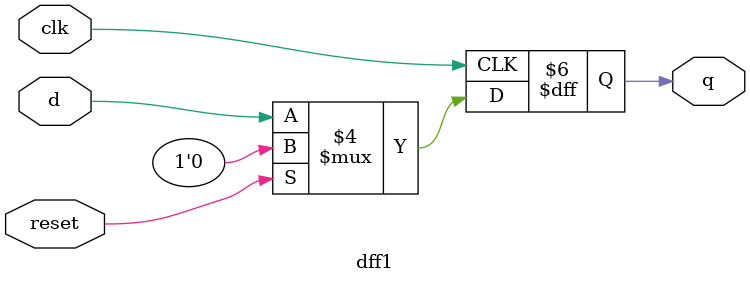
<source format=v>
`timescale 1ns / 1ps
module dff1(
    input clk,
    input reset,
    input d,
    output reg q
    );

always@(posedge clk)
begin
	if(reset == 1) 
		q <= 0;
	else 
		q <= d;
end

endmodule

</source>
